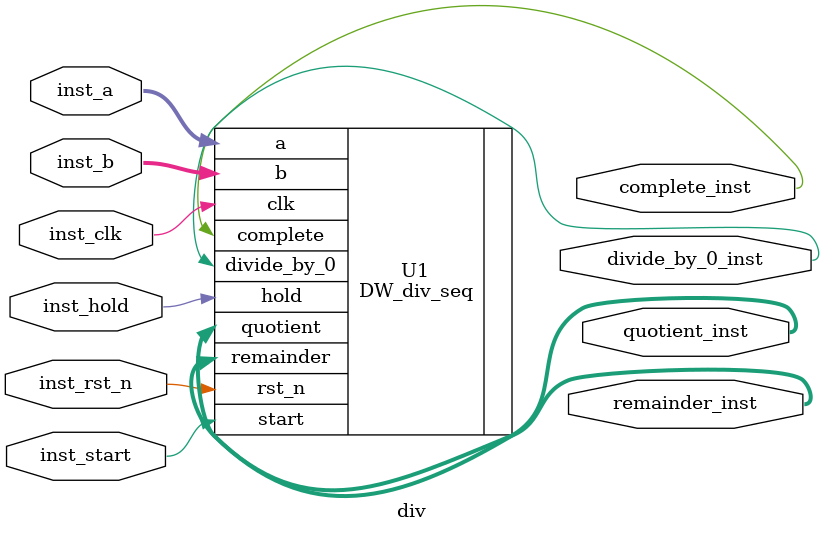
<source format=v>
module div(inst_clk, inst_rst_n, inst_hold, inst_start, inst_a,
inst_b, complete_inst, divide_by_0_inst, quotient_inst, remainder_inst);
parameter inst_a_width = 8;
parameter inst_b_width = 8;
parameter inst_tc_mode = 0;
parameter inst_num_cyc = 3;
parameter inst_rst_mode = 0;
parameter inst_input_mode = 1;
parameter inst_output_mode = 1;
parameter inst_early_start = 0;
// Please add +incdir+$SYNOPSYS/dw/sim_ver+ to your verilog simulator
// command line (for simulation).
input inst_clk;
input inst_rst_n;
input inst_hold;
input inst_start;
input [inst_a_width-1 : 0] inst_a;
input [inst_b_width-1 : 0] inst_b;
output complete_inst;
output divide_by_0_inst;
output [inst_a_width-1 : 0] quotient_inst;
output [inst_b_width-1 : 0] remainder_inst;
// Instance of DW_div_seq
DW_div_seq #(inst_a_width, inst_b_width, inst_tc_mode, inst_num_cyc,
inst_rst_mode, inst_input_mode, inst_output_mode,
inst_early_start)
U1 (.clk(inst_clk),
.rst_n(inst_rst_n),
.hold(inst_hold),
.start(inst_start),
.a(inst_a),
.b(inst_b),
.complete(complete_inst),
.divide_by_0(divide_by_0_inst),
.quotient(quotient_inst),
.remainder(remainder_inst) );
endmodule

</source>
